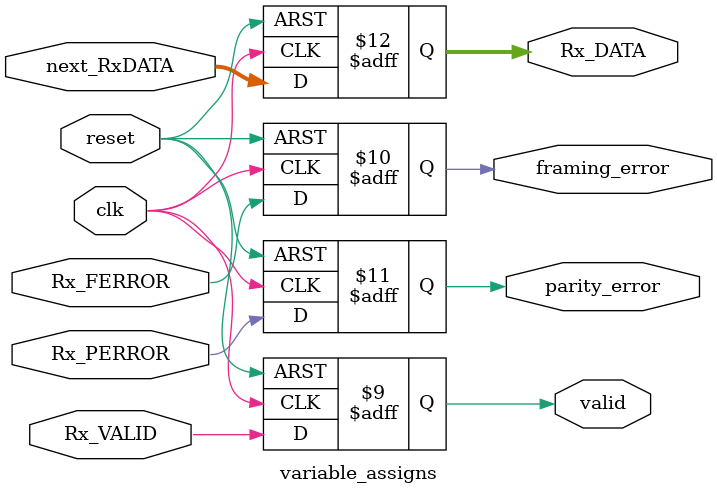
<source format=v>
`timescale 1ns / 1ps


module variable_assigns(clk, reset, Rx_DATA, next_RxDATA, parity_error, Rx_PERROR, framing_error, valid, Rx_FERROR, Rx_VALID);
    
    input clk, reset, Rx_PERROR, Rx_FERROR, Rx_VALID;
    input [7:0] next_RxDATA;
    output [7:0] Rx_DATA;
    output parity_error;
    output framing_error;
    output valid;
    //output read_enable;
    //input read_enable_next;
    //reg read_enable;
    reg parity_error;
    reg framing_error;
    reg valid;
    reg [7:0] Rx_DATA;
    
    
    
    // Flip Flop to give the Rx_DATA their
    // previous values without making a latch
    always @(posedge clk or posedge reset)
    begin
        if(reset == 1'b1)
            Rx_DATA <= 8'b0;
        else
            Rx_DATA <= next_RxDATA;
    end
    
    
    always @(posedge clk or posedge reset)
    begin
        if(reset == 1'b1)
            parity_error <= 1'b0;
        else
            parity_error <= Rx_PERROR;
    end
    
    
    always @(posedge clk or posedge reset)
    begin
        if(reset == 1'b1)
            framing_error <= 1'b0;
        else
            framing_error <= Rx_FERROR;
    end   


    always @(posedge clk or posedge reset)
    begin
        if(reset == 1'b1)
            valid <= 1'b0;
        else
            valid <= Rx_VALID;
    end   

endmodule

</source>
